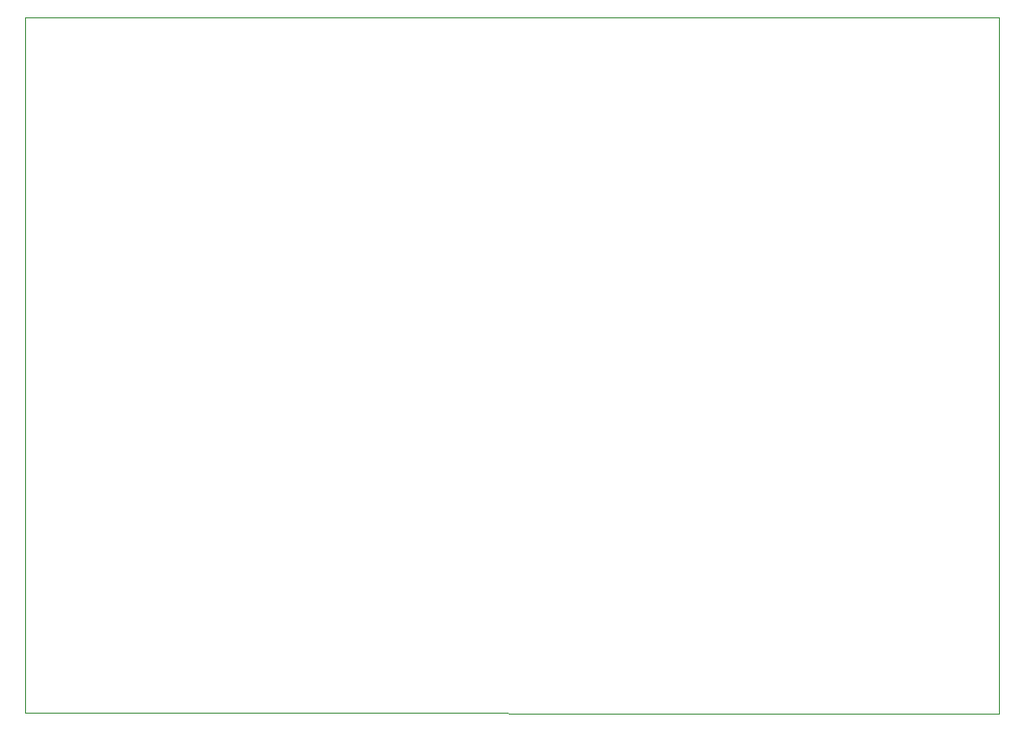
<source format=gbr>
%TF.GenerationSoftware,KiCad,Pcbnew,(5.1.6)-1*%
%TF.CreationDate,2020-09-08T21:04:45+07:00*%
%TF.ProjectId,C21_board,4332315f-626f-4617-9264-2e6b69636164,rev?*%
%TF.SameCoordinates,Original*%
%TF.FileFunction,Profile,NP*%
%FSLAX46Y46*%
G04 Gerber Fmt 4.6, Leading zero omitted, Abs format (unit mm)*
G04 Created by KiCad (PCBNEW (5.1.6)-1) date 2020-09-08 21:04:45*
%MOMM*%
%LPD*%
G01*
G04 APERTURE LIST*
%TA.AperFunction,Profile*%
%ADD10C,0.050000*%
%TD*%
G04 APERTURE END LIST*
D10*
X97000000Y-121100000D02*
X182500000Y-121125000D01*
X182500000Y-120000000D02*
X182500000Y-121125000D01*
X97000000Y-120000000D02*
X97000000Y-121100000D01*
X182500000Y-120000000D02*
X182500000Y-60000000D01*
X97000000Y-60000000D02*
X97000000Y-120000000D01*
X182030000Y-60000000D02*
X182500000Y-60000000D01*
X97000000Y-60000000D02*
X97750000Y-60000000D01*
X97750000Y-60000000D02*
X181550000Y-60000000D01*
X181550000Y-60000000D02*
X182030000Y-60000000D01*
M02*

</source>
